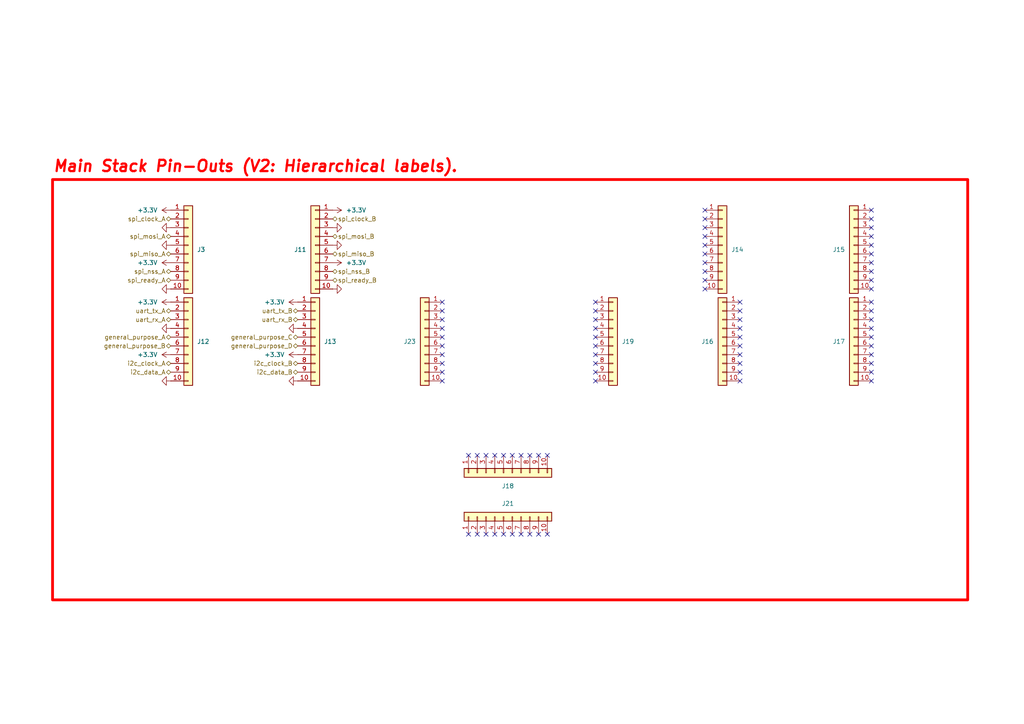
<source format=kicad_sch>
(kicad_sch (version 20250114) (generator "eeschema") (generator_version "9.0")
  (paper "A4")
  (lib_symbols
    (symbol "Connector_Generic:Conn_01x10" (pin_names (offset 1.016) (hide yes))
      (property "Reference" "J" (at 0 12.7 0))
      (property "Value" "Conn_01x10" (at 0 -15.24 0))
      (symbol "Conn_01x10_1_1"
        (rectangle (start -1.27 11.43) (end 1.27 -13.97) (stroke (width 0.254)) (fill (type background)))
        (rectangle (start -1.27 10.287) (end 0 10.033) (stroke (width 0.1524)))
        (rectangle (start -1.27 7.747) (end 0 7.493) (stroke (width 0.1524)))
        (rectangle (start -1.27 5.207) (end 0 4.953) (stroke (width 0.1524)))
        (rectangle (start -1.27 2.667) (end 0 2.413) (stroke (width 0.1524)))
        (rectangle (start -1.27 0.127) (end 0 -0.127) (stroke (width 0.1524)))
        (rectangle (start -1.27 -2.413) (end 0 -2.667) (stroke (width 0.1524)))
        (rectangle (start -1.27 -4.953) (end 0 -5.207) (stroke (width 0.1524)))
        (rectangle (start -1.27 -7.493) (end 0 -7.747) (stroke (width 0.1524)))
        (rectangle (start -1.27 -10.033) (end 0 -10.287) (stroke (width 0.1524)))
        (rectangle (start -1.27 -12.573) (end 0 -12.827) (stroke (width 0.1524)))
        (pin passive line (at -5.08 10.16 0) (length 3.81) (name "Pin_1") (number "1"))
        (pin passive line (at -5.08 7.62 0) (length 3.81) (name "Pin_2") (number "2"))
        (pin passive line (at -5.08 5.08 0) (length 3.81) (name "Pin_3") (number "3"))
        (pin passive line (at -5.08 2.54 0) (length 3.81) (name "Pin_4") (number "4"))
        (pin passive line (at -5.08 0 0) (length 3.81) (name "Pin_5") (number "5"))
        (pin passive line (at -5.08 -2.54 0) (length 3.81) (name "Pin_6") (number "6"))
        (pin passive line (at -5.08 -5.08 0) (length 3.81) (name "Pin_7") (number "7"))
        (pin passive line (at -5.08 -7.62 0) (length 3.81) (name "Pin_8") (number "8"))
        (pin passive line (at -5.08 -10.16 0) (length 3.81) (name "Pin_9") (number "9"))
        (pin passive line (at -5.08 -12.7 0) (length 3.81) (name "Pin_10") (number "10"))
      )
    )
    (symbol "power:+3.3V" (power) (pin_numbers (hide yes)) (pin_names (offset 0) (hide yes))
      (property "Value" "+3.3V" (at 0 3.556 0))
      (symbol "+3.3V_0_1"
        (polyline (pts (xy -0.762 1.27) (xy 0 2.54)))
        (polyline (pts (xy 0 2.54) (xy 0.762 1.27)))
        (polyline (pts (xy 0 0) (xy 0 2.54)))
      )
      (symbol "+3.3V_1_1"
        (pin power_in line (at 0 0 90) (length 0) (name "~") (number "1"))
      )
    )
    (symbol "power:GND" (power) (pin_numbers (hide yes)) (pin_names (offset 0) (hide yes))
      (property "Value" "GND" (at 0 -3.81 0))
      (symbol "GND_0_1"
        (polyline (pts (xy 0 0) (xy 0 -1.27) (xy 1.27 -1.27) (xy 0 -2.54) (xy -1.27 -1.27) (xy 0 -1.27)))
      )
      (symbol "GND_1_1"
        (pin power_in line (at 0 0 270) (length 0) (name "~") (number "1"))
      )
    )
  )
  (rectangle (start 15.24 52.07) (end 280.67 173.99) (stroke (width 0.8128) (color 255 0 0 1)))
  (text "Main Stack Pin-Outs (V2: Hierarchical labels)." (at 15.24 50.292 0) (effects (font (size 3.2512 3.2512) (thickness 0.6502) (bold yes) (italic yes)) (justify left bottom)))
  (no_connect (at 214.63 102.87))
  (no_connect (at 214.63 110.49))
  (no_connect (at 172.72 105.41))
  (no_connect (at 252.73 68.58))
  (no_connect (at 143.51 154.94))
  (no_connect (at 252.73 95.25))
  (no_connect (at 214.63 87.63))
  (no_connect (at 138.43 154.94))
  (no_connect (at 156.21 154.94))
  (no_connect (at 204.47 83.82))
  (no_connect (at 204.47 81.28))
  (no_connect (at 204.47 68.58))
  (no_connect (at 252.73 107.95))
  (no_connect (at 128.27 95.25))
  (no_connect (at 172.72 100.33))
  (no_connect (at 146.05 132.08))
  (no_connect (at 128.27 87.63))
  (no_connect (at 252.73 102.87))
  (no_connect (at 252.73 81.28))
  (no_connect (at 140.97 154.94))
  (no_connect (at 252.73 105.41))
  (no_connect (at 214.63 97.79))
  (no_connect (at 252.73 60.96))
  (no_connect (at 252.73 90.17))
  (no_connect (at 252.73 92.71))
  (no_connect (at 128.27 110.49))
  (no_connect (at 252.73 66.04))
  (no_connect (at 172.72 95.25))
  (no_connect (at 128.27 105.41))
  (no_connect (at 135.89 154.94))
  (no_connect (at 146.05 154.94))
  (no_connect (at 204.47 76.2))
  (no_connect (at 172.72 87.63))
  (no_connect (at 148.59 132.08))
  (no_connect (at 252.73 71.12))
  (no_connect (at 172.72 90.17))
  (no_connect (at 204.47 73.66))
  (no_connect (at 214.63 90.17))
  (no_connect (at 252.73 73.66))
  (no_connect (at 214.63 100.33))
  (no_connect (at 204.47 63.5))
  (no_connect (at 204.47 71.12))
  (no_connect (at 252.73 78.74))
  (no_connect (at 172.72 92.71))
  (no_connect (at 151.13 132.08))
  (no_connect (at 214.63 107.95))
  (no_connect (at 148.59 154.94))
  (no_connect (at 204.47 78.74))
  (no_connect (at 252.73 63.5))
  (no_connect (at 204.47 66.04))
  (no_connect (at 135.89 132.08))
  (no_connect (at 158.75 154.94))
  (no_connect (at 143.51 132.08))
  (no_connect (at 252.73 97.79))
  (no_connect (at 140.97 132.08))
  (no_connect (at 252.73 100.33))
  (no_connect (at 252.73 87.63))
  (no_connect (at 153.67 132.08))
  (no_connect (at 172.72 97.79))
  (no_connect (at 128.27 97.79))
  (no_connect (at 138.43 132.08))
  (no_connect (at 252.73 83.82))
  (no_connect (at 151.13 154.94))
  (no_connect (at 214.63 95.25))
  (no_connect (at 204.47 60.96))
  (no_connect (at 172.72 102.87))
  (no_connect (at 128.27 90.17))
  (no_connect (at 128.27 100.33))
  (no_connect (at 128.27 102.87))
  (no_connect (at 172.72 107.95))
  (no_connect (at 214.63 92.71))
  (no_connect (at 252.73 76.2))
  (no_connect (at 158.75 132.08))
  (no_connect (at 128.27 107.95))
  (no_connect (at 214.63 105.41))
  (no_connect (at 128.27 92.71))
  (no_connect (at 252.73 110.49))
  (no_connect (at 172.72 110.49))
  (no_connect (at 156.21 132.08))
  (no_connect (at 153.67 154.94))
  (hierarchical_label "general_purpose_C" (shape bidirectional) (at 86.36 97.79 180))
  (hierarchical_label "i2c_data_B" (shape bidirectional) (at 86.36 107.95 180))
  (hierarchical_label "spi_clock_B" (shape bidirectional) (at 96.52 63.5 0))
  (hierarchical_label "i2c_data_A" (shape bidirectional) (at 49.53 107.95 180))
  (hierarchical_label "spi_nss_B" (shape bidirectional) (at 96.52 78.74 0))
  (hierarchical_label "spi_nss_A" (shape bidirectional) (at 49.53 78.74 180))
  (hierarchical_label "uart_tx_A" (shape bidirectional) (at 49.53 90.17 180))
  (hierarchical_label "i2c_clock_A" (shape bidirectional) (at 49.53 105.41 180))
  (hierarchical_label "spi_miso_A" (shape bidirectional) (at 49.53 73.66 180))
  (hierarchical_label "general_purpose_D" (shape bidirectional) (at 86.36 100.33 180))
  (hierarchical_label "spi_ready_A" (shape bidirectional) (at 49.53 81.28 180))
  (hierarchical_label "uart_rx_B" (shape bidirectional) (at 86.36 92.71 180))
  (hierarchical_label "general_purpose_A" (shape bidirectional) (at 49.53 97.79 180))
  (hierarchical_label "spi_miso_B" (shape bidirectional) (at 96.52 73.66 0))
  (hierarchical_label "spi_mosi_B" (shape bidirectional) (at 96.52 68.58 0))
  (hierarchical_label "i2c_clock_B" (shape bidirectional) (at 86.36 105.41 180))
  (hierarchical_label "spi_mosi_A" (shape bidirectional) (at 49.53 68.58 180))
  (hierarchical_label "uart_rx_A" (shape bidirectional) (at 49.53 92.71 180))
  (hierarchical_label "spi_clock_A" (shape bidirectional) (at 49.53 63.5 180))
  (hierarchical_label "uart_tx_B" (shape bidirectional) (at 86.36 90.17 180))
  (hierarchical_label "general_purpose_B" (shape bidirectional) (at 49.53 100.33 180))
  (hierarchical_label "spi_ready_B" (shape bidirectional) (at 96.52 81.28 0))
  (symbol (lib_id "power:GND") (at 96.52 83.82 90) (unit 1)
    (property "Reference" "#PWR068" (effects (hide yes)))
    (property "Value" "GND" (effects (hide yes)))
    (property "Description" "Power symbol creates a global label with name \"GND\" , ground" (effects (hide yes)))
  )
  (symbol (lib_id "power:+3.3V") (at 96.52 76.2 270) (unit 1)
    (property "Reference" "#PWR062" (effects (hide yes)))
    (property "Value" "+3.3V" (at 100.33 76.1999 90) (effects (justify left)))
    (property "Description" "Power symbol creates a global label with name \"+3.3V\"" (effects (hide yes)))
  )
  (symbol (lib_id "Connector_Generic:Conn_01x10") (at 209.55 97.79 0) (mirror y) (unit 1)
    (property "Reference" "J16" (at 207.01 99.0599 0) (effects (justify left)))
    (property "Value" "Conn_01x10" (effects (hide yes)))
    (property "Footprint" "pcb:Stack_Connector_1x10" (effects (hide yes)))
    (property "Description" "Generic connector, single row, 01x10, script generated (kicad-library-utils/schlib/autogen/connector/)" (effects (hide yes)))
  )
  (symbol (lib_id "Connector_Generic:Conn_01x10") (at 146.05 137.16 90) (mirror x) (unit 1)
    (property "Reference" "J18" (at 147.32 140.97 90))
    (property "Value" "Conn_01x10" (effects (hide yes)))
    (property "Footprint" "pcb:Stack_Connector_1x10" (effects (hide yes)))
    (property "Description" "Generic connector, single row, 01x10, script generated (kicad-library-utils/schlib/autogen/connector/)" (effects (hide yes)))
  )
  (symbol (lib_id "power:GND") (at 96.52 66.04 90) (unit 1)
    (property "Reference" "#PWR034" (effects (hide yes)))
    (property "Value" "GND" (effects (hide yes)))
    (property "Description" "Power symbol creates a global label with name \"GND\" , ground" (effects (hide yes)))
  )
  (symbol (lib_id "Connector_Generic:Conn_01x10") (at 177.8 97.79 0) (unit 1)
    (property "Reference" "J19" (at 180.34 99.0599 0) (effects (justify left)))
    (property "Value" "Conn_01x10" (effects (hide yes)))
    (property "Footprint" "pcb:Stack_Connector_1x10" (effects (hide yes)))
    (property "Description" "Generic connector, single row, 01x10, script generated (kicad-library-utils/schlib/autogen/connector/)" (effects (hide yes)))
  )
  (symbol (lib_id "Connector_Generic:Conn_01x10") (at 91.44 97.79 0) (unit 1)
    (property "Reference" "J13" (at 93.98 99.0599 0) (effects (justify left)))
    (property "Value" "Conn_01x10" (effects (hide yes)))
    (property "Footprint" "pcb:Stack_Connector_1x10" (effects (hide yes)))
    (property "Description" "Generic connector, single row, 01x10, script generated (kicad-library-utils/schlib/autogen/connector/)" (effects (hide yes)))
  )
  (symbol (lib_id "Connector_Generic:Conn_01x10") (at 54.61 97.79 0) (unit 1)
    (property "Reference" "J12" (at 57.15 99.0599 0) (effects (justify left)))
    (property "Value" "Conn_01x10" (effects (hide yes)))
    (property "Footprint" "pcb:Stack_Connector_1x10" (effects (hide yes)))
    (property "Description" "Generic connector, single row, 01x10, script generated (kicad-library-utils/schlib/autogen/connector/)" (effects (hide yes)))
  )
  (symbol (lib_id "power:+3.3V") (at 49.53 76.2 90) (mirror x) (unit 1)
    (property "Reference" "#PWR035" (effects (hide yes)))
    (property "Value" "+3.3V" (at 45.72 76.1999 90) (effects (justify left)))
    (property "Description" "Power symbol creates a global label with name \"+3.3V\"" (effects (hide yes)))
  )
  (symbol (lib_id "Connector_Generic:Conn_01x10") (at 123.19 97.79 0) (mirror y) (unit 1)
    (property "Reference" "J23" (at 120.65 99.0599 0) (effects (justify left)))
    (property "Value" "Conn_01x10" (effects (hide yes)))
    (property "Footprint" "pcb:Stack_Connector_1x10" (effects (hide yes)))
    (property "Description" "Generic connector, single row, 01x10, script generated (kicad-library-utils/schlib/autogen/connector/)" (effects (hide yes)))
  )
  (symbol (lib_id "Connector_Generic:Conn_01x10") (at 146.05 149.86 90) (unit 1)
    (property "Reference" "J21" (at 147.32 146.05 90))
    (property "Value" "Conn_01x10" (effects (hide yes)))
    (property "Footprint" "pcb:Stack_Connector_1x10" (effects (hide yes)))
    (property "Description" "Generic connector, single row, 01x10, script generated (kicad-library-utils/schlib/autogen/connector/)" (effects (hide yes)))
  )
  (symbol (lib_id "Connector_Generic:Conn_01x10") (at 54.61 71.12 0) (unit 1)
    (property "Reference" "J3" (at 57.15 72.3899 0) (effects (justify left)))
    (property "Value" "Conn_01x10" (effects (hide yes)))
    (property "Footprint" "pcb:Stack_Connector_1x10" (effects (hide yes)))
    (property "Description" "Generic connector, single row, 01x10, script generated (kicad-library-utils/schlib/autogen/connector/)" (effects (hide yes)))
  )
  (symbol (lib_id "power:+3.3V") (at 86.36 102.87 90) (mirror x) (unit 1)
    (property "Reference" "#PWR069" (effects (hide yes)))
    (property "Value" "+3.3V" (at 82.55 102.8699 90) (effects (justify left)))
    (property "Description" "Power symbol creates a global label with name \"+3.3V\"" (effects (hide yes)))
  )
  (symbol (lib_id "Connector_Generic:Conn_01x10") (at 209.55 71.12 0) (unit 1)
    (property "Reference" "J14" (at 212.09 72.3899 0) (effects (justify left)))
    (property "Value" "Conn_01x10" (effects (hide yes)))
    (property "Footprint" "pcb:Stack_Connector_1x10" (effects (hide yes)))
    (property "Description" "Generic connector, single row, 01x10, script generated (kicad-library-utils/schlib/autogen/connector/)" (effects (hide yes)))
  )
  (symbol (lib_id "power:GND") (at 96.52 71.12 90) (unit 1)
    (property "Reference" "#PWR061" (effects (hide yes)))
    (property "Value" "GND" (effects (hide yes)))
    (property "Description" "Power symbol creates a global label with name \"GND\" , ground" (effects (hide yes)))
  )
  (symbol (lib_id "power:GND") (at 49.53 71.12 270) (mirror x) (unit 1)
    (property "Reference" "#PWR047" (effects (hide yes)))
    (property "Value" "GND" (effects (hide yes)))
    (property "Description" "Power symbol creates a global label with name \"GND\" , ground" (effects (hide yes)))
  )
  (symbol (lib_id "power:GND") (at 86.36 110.49 270) (mirror x) (unit 1)
    (property "Reference" "#PWR070" (effects (hide yes)))
    (property "Value" "GND" (effects (hide yes)))
    (property "Description" "Power symbol creates a global label with name \"GND\" , ground" (effects (hide yes)))
  )
  (symbol (lib_id "power:+3.3V") (at 49.53 87.63 90) (mirror x) (unit 1)
    (property "Reference" "#PWR031" (effects (hide yes)))
    (property "Value" "+3.3V" (at 45.72 87.6299 90) (effects (justify left)))
    (property "Description" "Power symbol creates a global label with name \"+3.3V\"" (effects (hide yes)))
  )
  (symbol (lib_id "power:GND") (at 49.53 66.04 270) (mirror x) (unit 1)
    (property "Reference" "#PWR059" (effects (hide yes)))
    (property "Value" "GND" (effects (hide yes)))
    (property "Description" "Power symbol creates a global label with name \"GND\" , ground" (effects (hide yes)))
  )
  (symbol (lib_id "power:GND") (at 86.36 95.25 270) (mirror x) (unit 1)
    (property "Reference" "#PWR050" (effects (hide yes)))
    (property "Value" "GND" (effects (hide yes)))
    (property "Description" "Power symbol creates a global label with name \"GND\" , ground" (effects (hide yes)))
  )
  (symbol (lib_id "power:+3.3V") (at 49.53 102.87 90) (mirror x) (unit 1)
    (property "Reference" "#PWR067" (effects (hide yes)))
    (property "Value" "+3.3V" (at 45.72 102.8699 90) (effects (justify left)))
    (property "Description" "Power symbol creates a global label with name \"+3.3V\"" (effects (hide yes)))
  )
  (symbol (lib_id "power:GND") (at 49.53 83.82 270) (mirror x) (unit 1)
    (property "Reference" "#PWR060" (effects (hide yes)))
    (property "Value" "GND" (effects (hide yes)))
    (property "Description" "Power symbol creates a global label with name \"GND\" , ground" (effects (hide yes)))
  )
  (symbol (lib_id "Connector_Generic:Conn_01x10") (at 91.44 71.12 0) (mirror y) (unit 1)
    (property "Reference" "J11" (at 88.9 72.3899 0) (effects (justify left)))
    (property "Value" "Conn_01x10" (effects (hide yes)))
    (property "Footprint" "pcb:Stack_Connector_1x10" (effects (hide yes)))
    (property "Description" "Generic connector, single row, 01x10, script generated (kicad-library-utils/schlib/autogen/connector/)" (effects (hide yes)))
  )
  (symbol (lib_id "power:+3.3V") (at 96.52 60.96 270) (unit 1)
    (property "Reference" "#PWR032" (effects (hide yes)))
    (property "Value" "+3.3V" (at 100.33 60.9599 90) (effects (justify left)))
    (property "Description" "Power symbol creates a global label with name \"+3.3V\"" (effects (hide yes)))
  )
  (symbol (lib_id "Connector_Generic:Conn_01x10") (at 247.65 97.79 0) (mirror y) (unit 1)
    (property "Reference" "J17" (at 245.11 99.0599 0) (effects (justify left)))
    (property "Value" "Conn_01x10" (effects (hide yes)))
    (property "Footprint" "pcb:Stack_Connector_1x10" (effects (hide yes)))
    (property "Description" "Generic connector, single row, 01x10, script generated (kicad-library-utils/schlib/autogen/connector/)" (effects (hide yes)))
  )
  (symbol (lib_id "power:+3.3V") (at 49.53 60.96 90) (mirror x) (unit 1)
    (property "Reference" "#PWR033" (effects (hide yes)))
    (property "Value" "+3.3V" (at 45.72 60.9599 90) (effects (justify left)))
    (property "Description" "Power symbol creates a global label with name \"+3.3V\"" (effects (hide yes)))
  )
  (symbol (lib_id "power:GND") (at 49.53 110.49 270) (mirror x) (unit 1)
    (property "Reference" "#PWR036" (effects (hide yes)))
    (property "Value" "GND" (effects (hide yes)))
    (property "Description" "Power symbol creates a global label with name \"GND\" , ground" (effects (hide yes)))
  )
  (symbol (lib_id "power:+3.3V") (at 86.36 87.63 90) (mirror x) (unit 1)
    (property "Reference" "#PWR049" (effects (hide yes)))
    (property "Value" "+3.3V" (at 82.55 87.6299 90) (effects (justify left)))
    (property "Description" "Power symbol creates a global label with name \"+3.3V\"" (effects (hide yes)))
  )
  (symbol (lib_id "power:GND") (at 49.53 95.25 270) (mirror x) (unit 1)
    (property "Reference" "#PWR045" (effects (hide yes)))
    (property "Value" "GND" (effects (hide yes)))
    (property "Description" "Power symbol creates a global label with name \"GND\" , ground" (effects (hide yes)))
  )
  (symbol (lib_id "Connector_Generic:Conn_01x10") (at 247.65 71.12 0) (mirror y) (unit 1)
    (property "Reference" "J15" (at 245.11 72.3899 0) (effects (justify left)))
    (property "Value" "Conn_01x10" (effects (hide yes)))
    (property "Footprint" "pcb:Stack_Connector_1x10" (effects (hide yes)))
    (property "Description" "Generic connector, single row, 01x10, script generated (kicad-library-utils/schlib/autogen/connector/)" (effects (hide yes)))
  )
)
</source>
